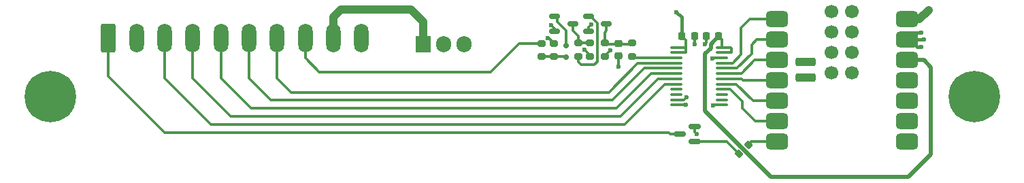
<source format=gbr>
%TF.GenerationSoftware,KiCad,Pcbnew,8.0.1*%
%TF.CreationDate,2025-01-20T12:05:53-05:00*%
%TF.ProjectId,200280,32303032-3830-42e6-9b69-6361645f7063,rev?*%
%TF.SameCoordinates,PX3473bc0PY5f5e100*%
%TF.FileFunction,Copper,L1,Top*%
%TF.FilePolarity,Positive*%
%FSLAX46Y46*%
G04 Gerber Fmt 4.6, Leading zero omitted, Abs format (unit mm)*
G04 Created by KiCad (PCBNEW 8.0.1) date 2025-01-20 12:05:53*
%MOMM*%
%LPD*%
G01*
G04 APERTURE LIST*
G04 Aperture macros list*
%AMRoundRect*
0 Rectangle with rounded corners*
0 $1 Rounding radius*
0 $2 $3 $4 $5 $6 $7 $8 $9 X,Y pos of 4 corners*
0 Add a 4 corners polygon primitive as box body*
4,1,4,$2,$3,$4,$5,$6,$7,$8,$9,$2,$3,0*
0 Add four circle primitives for the rounded corners*
1,1,$1+$1,$2,$3*
1,1,$1+$1,$4,$5*
1,1,$1+$1,$6,$7*
1,1,$1+$1,$8,$9*
0 Add four rect primitives between the rounded corners*
20,1,$1+$1,$2,$3,$4,$5,0*
20,1,$1+$1,$4,$5,$6,$7,0*
20,1,$1+$1,$6,$7,$8,$9,0*
20,1,$1+$1,$8,$9,$2,$3,0*%
G04 Aperture macros list end*
%TA.AperFunction,SMDPad,CuDef*%
%ADD10RoundRect,0.200000X-0.053033X0.335876X-0.335876X0.053033X0.053033X-0.335876X0.335876X-0.053033X0*%
%TD*%
%TA.AperFunction,SMDPad,CuDef*%
%ADD11RoundRect,0.225000X-0.250000X0.225000X-0.250000X-0.225000X0.250000X-0.225000X0.250000X0.225000X0*%
%TD*%
%TA.AperFunction,ComponentPad*%
%ADD12RoundRect,0.250000X-0.650000X-1.550000X0.650000X-1.550000X0.650000X1.550000X-0.650000X1.550000X0*%
%TD*%
%TA.AperFunction,ComponentPad*%
%ADD13O,1.800000X3.600000*%
%TD*%
%TA.AperFunction,SMDPad,CuDef*%
%ADD14RoundRect,0.200000X-0.275000X0.200000X-0.275000X-0.200000X0.275000X-0.200000X0.275000X0.200000X0*%
%TD*%
%TA.AperFunction,SMDPad,CuDef*%
%ADD15RoundRect,0.200000X0.275000X-0.200000X0.275000X0.200000X-0.275000X0.200000X-0.275000X-0.200000X0*%
%TD*%
%TA.AperFunction,SMDPad,CuDef*%
%ADD16RoundRect,0.150000X-0.512500X-0.150000X0.512500X-0.150000X0.512500X0.150000X-0.512500X0.150000X0*%
%TD*%
%TA.AperFunction,SMDPad,CuDef*%
%ADD17RoundRect,0.150000X0.587500X0.150000X-0.587500X0.150000X-0.587500X-0.150000X0.587500X-0.150000X0*%
%TD*%
%TA.AperFunction,SMDPad,CuDef*%
%ADD18RoundRect,0.100000X-0.637500X-0.100000X0.637500X-0.100000X0.637500X0.100000X-0.637500X0.100000X0*%
%TD*%
%TA.AperFunction,SMDPad,CuDef*%
%ADD19RoundRect,0.225000X0.225000X0.250000X-0.225000X0.250000X-0.225000X-0.250000X0.225000X-0.250000X0*%
%TD*%
%TA.AperFunction,ComponentPad*%
%ADD20C,6.400000*%
%TD*%
%TA.AperFunction,SMDPad,CuDef*%
%ADD21RoundRect,0.500000X-0.875000X-0.500000X0.875000X-0.500000X0.875000X0.500000X-0.875000X0.500000X0*%
%TD*%
%TA.AperFunction,SMDPad,CuDef*%
%ADD22RoundRect,0.275000X0.975000X0.275000X-0.975000X0.275000X-0.975000X-0.275000X0.975000X-0.275000X0*%
%TD*%
%TA.AperFunction,SMDPad,CuDef*%
%ADD23C,1.700000*%
%TD*%
%TA.AperFunction,SMDPad,CuDef*%
%ADD24RoundRect,0.150000X0.200000X-0.150000X0.200000X0.150000X-0.200000X0.150000X-0.200000X-0.150000X0*%
%TD*%
%TA.AperFunction,ComponentPad*%
%ADD25O,1.905000X2.000000*%
%TD*%
%TA.AperFunction,ComponentPad*%
%ADD26R,1.905000X2.000000*%
%TD*%
%TA.AperFunction,ViaPad*%
%ADD27C,0.600000*%
%TD*%
%TA.AperFunction,Conductor*%
%ADD28C,0.300000*%
%TD*%
%TA.AperFunction,Conductor*%
%ADD29C,0.500000*%
%TD*%
%TA.AperFunction,Conductor*%
%ADD30C,0.400000*%
%TD*%
%TA.AperFunction,Conductor*%
%ADD31C,1.000000*%
%TD*%
G04 APERTURE END LIST*
D10*
%TO.P,R7,1*%
%TO.N,/WallButtonSimulation*%
X91883363Y6483363D03*
%TO.P,R7,2*%
%TO.N,Net-(Q2-G)*%
X90716637Y5316637D03*
%TD*%
D11*
%TO.P,C1,1*%
%TO.N,Net-(Q1-C)*%
X75700000Y19075000D03*
%TO.P,C1,2*%
%TO.N,GND*%
X75700000Y17525000D03*
%TD*%
D12*
%TO.P,J1,1,Pin_1*%
%TO.N,/WallButton*%
X12250000Y19750000D03*
D13*
%TO.P,J1,2,Pin_2*%
%TO.N,/Return?*%
X15750000Y19750000D03*
%TO.P,J1,3,Pin_3*%
%TO.N,/Relay3_*%
X19250000Y19750000D03*
%TO.P,J1,4,Pin_4*%
%TO.N,/Relay2_*%
X22750000Y19750000D03*
%TO.P,J1,5,Pin_5*%
%TO.N,/Relay1_Light*%
X26250000Y19750000D03*
%TO.P,J1,6,Pin_6*%
%TO.N,/EndStopClosed*%
X29750000Y19750000D03*
%TO.P,J1,7,Pin_7*%
%TO.N,/EndStopOpen*%
X33250000Y19750000D03*
%TO.P,J1,8,Pin_8*%
%TO.N,/Obstruction*%
X36750000Y19750000D03*
%TO.P,J1,9,Pin_9*%
%TO.N,/PowerIn*%
X40250000Y19750000D03*
%TO.P,J1,10,Pin_10*%
%TO.N,GND*%
X43750000Y19750000D03*
%TD*%
D14*
%TO.P,R6,1*%
%TO.N,GND*%
X67700000Y19075000D03*
%TO.P,R6,2*%
%TO.N,Net-(D1-A)*%
X67700000Y17425000D03*
%TD*%
D15*
%TO.P,R5,1*%
%TO.N,Net-(D1-A)*%
X66137500Y17425000D03*
%TO.P,R5,2*%
%TO.N,/Obstruction*%
X66137500Y19075000D03*
%TD*%
%TO.P,R4,1*%
%TO.N,/ObstructionObserved*%
X77400000Y17475000D03*
%TO.P,R4,2*%
%TO.N,Net-(Q1-C)*%
X77400000Y19125000D03*
%TD*%
D14*
%TO.P,R3,1*%
%TO.N,Net-(Q1-C)*%
X74000000Y19125000D03*
%TO.P,R3,2*%
%TO.N,+5V*%
X74000000Y17475000D03*
%TD*%
%TO.P,R2,1*%
%TO.N,Net-(Q4-C)*%
X72200000Y19125000D03*
%TO.P,R2,2*%
%TO.N,+5V*%
X72200000Y17475000D03*
%TD*%
%TO.P,R1,1*%
%TO.N,Net-(Q4-C)*%
X70700000Y19125000D03*
%TO.P,R1,2*%
%TO.N,Net-(Q1-B)*%
X70700000Y17475000D03*
%TD*%
D16*
%TO.P,Q4,3,C*%
%TO.N,Net-(Q4-C)*%
X70037500Y21500000D03*
%TO.P,Q4,2,E*%
%TO.N,GND*%
X67762500Y20550000D03*
%TO.P,Q4,1,B*%
%TO.N,Net-(D1-K)*%
X67762500Y22450000D03*
%TD*%
D17*
%TO.P,Q2,3,D*%
%TO.N,/WallButton*%
X83362500Y7800000D03*
%TO.P,Q2,2,S*%
%TO.N,GND*%
X85237500Y8750000D03*
%TO.P,Q2,1,G*%
%TO.N,Net-(Q2-G)*%
X85237500Y6850000D03*
%TD*%
D16*
%TO.P,Q1,3,C*%
%TO.N,Net-(Q1-C)*%
X74237500Y21500000D03*
%TO.P,Q1,2,E*%
%TO.N,GND*%
X71962500Y20550000D03*
%TO.P,Q1,1,B*%
%TO.N,Net-(Q1-B)*%
X71962500Y22450000D03*
%TD*%
D18*
%TO.P,U1,1,VCCA*%
%TO.N,+5V*%
X82912500Y18575000D03*
%TO.P,U1,2,DIR*%
X82912500Y17925000D03*
%TO.P,U1,3,A1*%
%TO.N,/ObstructionObserved*%
X82912500Y17275000D03*
%TO.P,U1,4,A2*%
%TO.N,/EndStopOpen*%
X82912500Y16625000D03*
%TO.P,U1,5,A3*%
%TO.N,/EndStopClosed*%
X82912500Y15975000D03*
%TO.P,U1,6,A4*%
%TO.N,/Relay1_Light*%
X82912500Y15325000D03*
%TO.P,U1,7,A5*%
%TO.N,/Relay2_*%
X82912500Y14675000D03*
%TO.P,U1,8,A6*%
%TO.N,/Relay3_*%
X82912500Y14025000D03*
%TO.P,U1,9,A7*%
%TO.N,unconnected-(U1-A7-Pad9)*%
X82912500Y13375000D03*
%TO.P,U1,10,A8*%
%TO.N,unconnected-(U1-A8-Pad10)*%
X82912500Y12725000D03*
%TO.P,U1,11,GND*%
%TO.N,GND*%
X82912500Y12075000D03*
%TO.P,U1,12,GND*%
X82912500Y11425000D03*
%TO.P,U1,13,GND*%
X88637500Y11425000D03*
%TO.P,U1,14,B8*%
%TO.N,unconnected-(U1-B8-Pad14)*%
X88637500Y12075000D03*
%TO.P,U1,15,B7*%
%TO.N,unconnected-(U1-B7-Pad15)*%
X88637500Y12725000D03*
%TO.P,U1,16,B6*%
%TO.N,/Relay3__3V*%
X88637500Y13375000D03*
%TO.P,U1,17,B5*%
%TO.N,/Relay2__3V*%
X88637500Y14025000D03*
%TO.P,U1,18,B4*%
%TO.N,/Relay1_Light_3V*%
X88637500Y14675000D03*
%TO.P,U1,19,B3*%
%TO.N,/EndStopClosed_3V*%
X88637500Y15325000D03*
%TO.P,U1,20,B2*%
%TO.N,/EndStopOpen_3V*%
X88637500Y15975000D03*
%TO.P,U1,21,B1*%
%TO.N,/ObstructionObserved_3V*%
X88637500Y16625000D03*
%TO.P,U1,22,~{OE}*%
%TO.N,GND*%
X88637500Y17275000D03*
%TO.P,U1,23,VCCB*%
%TO.N,+3V3*%
X88637500Y17925000D03*
%TO.P,U1,24,VCCB*%
X88637500Y18575000D03*
%TD*%
D19*
%TO.P,C2,1*%
%TO.N,+3V3*%
X88175000Y20000000D03*
%TO.P,C2,2*%
%TO.N,GND*%
X86625000Y20000000D03*
%TD*%
D20*
%TO.P,H1,1,1*%
%TO.N,unconnected-(H1-Pad1)*%
X5000000Y12500000D03*
%TD*%
D21*
%TO.P,U2,1,GPIO1_A0_D0*%
%TO.N,/ObstructionObserved_3V*%
X95438636Y22073000D03*
%TO.P,U2,2,GPIO2_A1_D1*%
%TO.N,/EndStopOpen_3V*%
X95438636Y19533000D03*
%TO.P,U2,3,GPIO3_A2_D2*%
%TO.N,/EndStopClosed_3V*%
X95438636Y16993000D03*
%TO.P,U2,4,GPIO4_A3_D3*%
%TO.N,/Relay1_Light_3V*%
X95438636Y14453000D03*
%TO.P,U2,5,GPIO5_A4_D4_SDA*%
%TO.N,/Relay2__3V*%
X95438636Y11913000D03*
%TO.P,U2,6,GPIO6_A5_D5_SCL*%
%TO.N,/Relay3__3V*%
X95438636Y9373000D03*
%TO.P,U2,7,GPIO43_A6_D6_TX*%
%TO.N,/WallButtonSimulation*%
X95438636Y6833000D03*
%TO.P,U2,8,GPIO44_D7_RX*%
%TO.N,unconnected-(U2-GPIO44_D7_RX-Pad8)*%
X111603636Y6833000D03*
%TO.P,U2,9,GPIO7_A8_D8_SCK*%
%TO.N,unconnected-(U2-GPIO7_A8_D8_SCK-Pad9)*%
X111603636Y9373000D03*
%TO.P,U2,10,GPIO8_A9_D9_MISO*%
%TO.N,unconnected-(U2-GPIO8_A9_D9_MISO-Pad10)*%
X111603636Y11913000D03*
%TO.P,U2,11,GPIO9_A10_D10_MOSI*%
%TO.N,unconnected-(U2-GPIO9_A10_D10_MOSI-Pad11)*%
X111603636Y14453000D03*
%TO.P,U2,12,3V3*%
%TO.N,+3V3*%
X111603636Y16993000D03*
%TO.P,U2,13,GND*%
%TO.N,GND*%
X111603636Y19533000D03*
%TO.P,U2,14,5V*%
%TO.N,+5V*%
X111603636Y22073000D03*
D22*
%TO.P,U2,15,BAT*%
%TO.N,unconnected-(U2-BAT-Pad15)*%
X99048636Y14835000D03*
%TO.P,U2,16,GND*%
%TO.N,unconnected-(U2-GND-Pad16)*%
X99048636Y16740000D03*
D23*
%TO.P,U2,17,MTDI*%
%TO.N,unconnected-(U2-MTDI-Pad17)*%
X102223636Y23085000D03*
%TO.P,U2,18,MTDO*%
%TO.N,unconnected-(U2-MTDO-Pad18)*%
X104763636Y23085000D03*
%TO.P,U2,19,CHIP_EN*%
%TO.N,unconnected-(U2-CHIP_EN-Pad19)*%
X102223636Y20545000D03*
%TO.P,U2,20,GND*%
%TO.N,unconnected-(U2-GND-Pad20)*%
X104763636Y20545000D03*
%TO.P,U2,21,MTMS*%
%TO.N,unconnected-(U2-MTMS-Pad21)*%
X102223636Y18005000D03*
%TO.P,U2,22,MTCK*%
%TO.N,unconnected-(U2-MTCK-Pad22)*%
X104763636Y18005000D03*
%TO.P,U2,23,USB_DN*%
%TO.N,unconnected-(U2-USB_DN-Pad23)*%
X102223636Y15465000D03*
%TO.P,U2,24,USB_DP*%
%TO.N,unconnected-(U2-USB_DP-Pad24)*%
X104763636Y15465000D03*
%TD*%
D19*
%TO.P,C3,1*%
%TO.N,GND*%
X85175000Y20000000D03*
%TO.P,C3,2*%
%TO.N,+5V*%
X83625000Y20000000D03*
%TD*%
D24*
%TO.P,D1,1,K*%
%TO.N,Net-(D1-K)*%
X69200000Y18800000D03*
%TO.P,D1,2,A*%
%TO.N,Net-(D1-A)*%
X69200000Y17400000D03*
%TD*%
D25*
%TO.P,U3,3,VO*%
%TO.N,+5V*%
X56540000Y19000000D03*
%TO.P,U3,2,GND*%
%TO.N,GND*%
X54000000Y19000000D03*
D26*
%TO.P,U3,1,VI*%
%TO.N,/PowerIn*%
X51460000Y19000000D03*
%TD*%
D20*
%TO.P,H4,1,1*%
%TO.N,unconnected-(H4-Pad1)*%
X120000000Y12500000D03*
%TD*%
D27*
%TO.N,GND*%
X85500000Y7800000D03*
X72300000Y21400000D03*
X75700000Y16200000D03*
X67342195Y21342195D03*
X66912754Y19710432D03*
%TO.N,+5V*%
X74700000Y18200000D03*
X71500000Y18300000D03*
%TO.N,GND*%
X113400000Y20400000D03*
X113400000Y18600000D03*
X86500000Y19000000D03*
X85200000Y19000000D03*
X84200000Y12400000D03*
X84100000Y11425000D03*
X113700000Y19533000D03*
X87500000Y11400000D03*
X87400000Y17200000D03*
%TO.N,+5V*%
X82950000Y23000000D03*
X114300000Y23200000D03*
%TD*%
D28*
%TO.N,Net-(Q2-G)*%
X89183274Y6850000D02*
X85237500Y6850000D01*
X90716637Y5316637D02*
X89183274Y6850000D01*
%TO.N,/WallButtonSimulation*%
X92233000Y6833000D02*
X91883363Y6483363D01*
X95438636Y6833000D02*
X92233000Y6833000D01*
D29*
%TO.N,+3V3*%
X113707000Y16993000D02*
X111603636Y16993000D01*
X114600000Y16100000D02*
X113707000Y16993000D01*
X114600000Y5300000D02*
X114600000Y16100000D01*
X86500000Y10700000D02*
X94700000Y2500000D01*
X94700000Y2500000D02*
X111800000Y2500000D01*
X87210000Y18510000D02*
X86500000Y17800000D01*
X86500000Y17800000D02*
X86500000Y10700000D01*
X87210000Y19010000D02*
X87210000Y18510000D01*
X88175000Y19975000D02*
X87210000Y19010000D01*
X111800000Y2500000D02*
X114600000Y5300000D01*
D28*
%TO.N,Net-(Q1-C)*%
X77287500Y19012500D02*
X77400000Y19125000D01*
X74112500Y19012500D02*
X77287500Y19012500D01*
X74000000Y19125000D02*
X74112500Y19012500D01*
%TO.N,/ObstructionObserved*%
X82912500Y17275000D02*
X77600000Y17275000D01*
X77600000Y17275000D02*
X77400000Y17475000D01*
%TO.N,/WallButton*%
X82200000Y7800000D02*
X83362500Y7800000D01*
X19250000Y8000000D02*
X82000000Y8000000D01*
X82000000Y8000000D02*
X82200000Y7800000D01*
X12250000Y15000000D02*
X19250000Y8000000D01*
X12250000Y19750000D02*
X12250000Y15000000D01*
%TO.N,/Relay2_*%
X80675000Y14675000D02*
X82912500Y14675000D01*
X76000000Y10000000D02*
X80675000Y14675000D01*
X22750000Y14750000D02*
X27500000Y10000000D01*
X27500000Y10000000D02*
X76000000Y10000000D01*
X22750000Y19750000D02*
X22750000Y14750000D01*
%TO.N,/Relay3_*%
X19250000Y14750000D02*
X19250000Y19750000D01*
X81525000Y14025000D02*
X76500000Y9000000D01*
X76500000Y9000000D02*
X25000000Y9000000D01*
X82912500Y14025000D02*
X81525000Y14025000D01*
X25000000Y9000000D02*
X19250000Y14750000D01*
%TO.N,/Relay1_Light*%
X26250000Y14750000D02*
X26250000Y19750000D01*
X75500000Y11000000D02*
X30000000Y11000000D01*
X79825000Y15325000D02*
X75500000Y11000000D01*
X82912500Y15325000D02*
X79825000Y15325000D01*
X30000000Y11000000D02*
X26250000Y14750000D01*
%TO.N,/EndStopOpen*%
X74500000Y13000000D02*
X78125000Y16625000D01*
X33250000Y14750000D02*
X35000000Y13000000D01*
X35000000Y13000000D02*
X74500000Y13000000D01*
X78125000Y16625000D02*
X82912500Y16625000D01*
X33250000Y19750000D02*
X33250000Y14750000D01*
%TO.N,/EndStopClosed*%
X29750000Y14750000D02*
X29750000Y19750000D01*
X75000000Y12000000D02*
X32500000Y12000000D01*
X32500000Y12000000D02*
X29750000Y14750000D01*
X82912500Y15975000D02*
X78975000Y15975000D01*
X78975000Y15975000D02*
X75000000Y12000000D01*
%TO.N,/Obstruction*%
X63375000Y19075000D02*
X66137500Y19075000D01*
X59800000Y15500000D02*
X63375000Y19075000D01*
X38500000Y15500000D02*
X59800000Y15500000D01*
X36750000Y19750000D02*
X36750000Y17250000D01*
X36750000Y17250000D02*
X38500000Y15500000D01*
%TO.N,/ObstructionObserved_3V*%
X91000000Y21000000D02*
X92073000Y22073000D01*
X91000000Y17700000D02*
X91000000Y21000000D01*
X89925000Y16625000D02*
X91000000Y17700000D01*
X88637500Y16625000D02*
X89925000Y16625000D01*
X92073000Y22073000D02*
X95438636Y22073000D01*
%TO.N,/EndStopOpen_3V*%
X92300000Y18900000D02*
X92933000Y19533000D01*
X92300000Y17800000D02*
X92300000Y18900000D01*
X90475000Y15975000D02*
X92300000Y17800000D01*
X88637500Y15975000D02*
X90475000Y15975000D01*
X92933000Y19533000D02*
X95438636Y19533000D01*
%TO.N,/EndStopClosed_3V*%
X92693000Y16993000D02*
X95438636Y16993000D01*
X91025000Y15325000D02*
X92693000Y16993000D01*
X88637500Y15325000D02*
X91025000Y15325000D01*
%TO.N,/Relay3__3V*%
X91100000Y11000000D02*
X92727000Y9373000D01*
X91100000Y11900000D02*
X91100000Y11000000D01*
X88637500Y13375000D02*
X89625000Y13375000D01*
X89625000Y13375000D02*
X91100000Y11900000D01*
X92727000Y9373000D02*
X95438636Y9373000D01*
%TO.N,/Relay2__3V*%
X92487000Y11913000D02*
X95438636Y11913000D01*
X90375000Y14025000D02*
X92487000Y11913000D01*
X88637500Y14025000D02*
X90375000Y14025000D01*
%TO.N,/Relay1_Light_3V*%
X91025000Y14675000D02*
X91247000Y14453000D01*
X91247000Y14453000D02*
X95438636Y14453000D01*
X88637500Y14675000D02*
X91025000Y14675000D01*
%TO.N,GND*%
X85237500Y8062500D02*
X85500000Y7800000D01*
X85237500Y8750000D02*
X85237500Y8062500D01*
X71962500Y21062500D02*
X72300000Y21400000D01*
X71962500Y20550000D02*
X71962500Y21062500D01*
X75700000Y17187500D02*
X75700000Y16200000D01*
%TO.N,Net-(Q1-C)*%
X74000000Y20400000D02*
X74000000Y19125000D01*
X74237500Y20637500D02*
X74000000Y20400000D01*
X74237500Y21500000D02*
X74237500Y20637500D01*
%TO.N,GND*%
X66912754Y19710432D02*
X67064568Y19710432D01*
X67064568Y19710432D02*
X67700000Y19075000D01*
X67762500Y20921890D02*
X67762500Y20550000D01*
X67342195Y21342195D02*
X67762500Y20921890D01*
%TO.N,+5V*%
X74000000Y17500000D02*
X74700000Y18200000D01*
X74000000Y17475000D02*
X74000000Y17500000D01*
%TO.N,Net-(Q1-B)*%
X72700000Y16400000D02*
X73100000Y16800000D01*
X73100000Y16800000D02*
X73100000Y21600000D01*
X73100000Y21600000D02*
X72250000Y22450000D01*
X71100000Y16400000D02*
X72700000Y16400000D01*
X72250000Y22450000D02*
X71962500Y22450000D01*
X70700000Y16800000D02*
X71100000Y16400000D01*
X70700000Y17475000D02*
X70700000Y16800000D01*
%TO.N,+5V*%
X72200000Y17600000D02*
X71500000Y18300000D01*
X72200000Y17475000D02*
X72200000Y17600000D01*
%TO.N,Net-(Q4-C)*%
X70700000Y19125000D02*
X72200000Y19125000D01*
X70037500Y20662500D02*
X70700000Y20000000D01*
X70700000Y20000000D02*
X70700000Y19125000D01*
X70037500Y21500000D02*
X70037500Y20662500D01*
%TO.N,Net-(D1-K)*%
X68100000Y22112500D02*
X67762500Y22450000D01*
X69200000Y20700000D02*
X68100000Y21800000D01*
X69200000Y18800000D02*
X69200000Y20700000D01*
X68100000Y21800000D02*
X68100000Y22112500D01*
%TO.N,Net-(D1-A)*%
X69175000Y17425000D02*
X69200000Y17400000D01*
X67700000Y17425000D02*
X69175000Y17425000D01*
X66137500Y17425000D02*
X67700000Y17425000D01*
D30*
%TO.N,GND*%
X111967000Y19533000D02*
X111603636Y19533000D01*
X113400000Y18600000D02*
X112900000Y18600000D01*
X112900000Y18600000D02*
X111967000Y19533000D01*
X113400000Y20400000D02*
X112470636Y20400000D01*
X112470636Y20400000D02*
X111603636Y19533000D01*
X113700000Y19533000D02*
X111603636Y19533000D01*
D28*
%TO.N,+3V3*%
X88637500Y19537500D02*
X88175000Y20000000D01*
X88637500Y18575000D02*
X88637500Y19537500D01*
X89800000Y18500000D02*
X89800000Y18000000D01*
X89725000Y18575000D02*
X89800000Y18500000D01*
X88637500Y18575000D02*
X89725000Y18575000D01*
X88175000Y20000000D02*
X88175000Y19975000D01*
X89725000Y17925000D02*
X89800000Y18000000D01*
X88637500Y17925000D02*
X89725000Y17925000D01*
%TO.N,GND*%
X83875000Y12075000D02*
X82912500Y12075000D01*
X84200000Y12400000D02*
X83875000Y12075000D01*
X84100000Y11425000D02*
X82912500Y11425000D01*
X87525000Y11425000D02*
X87500000Y11400000D01*
X88637500Y11425000D02*
X87525000Y11425000D01*
D30*
%TO.N,+5V*%
X83625000Y22325000D02*
X82950000Y23000000D01*
X83625000Y20000000D02*
X83625000Y22325000D01*
D28*
X84100000Y18650000D02*
X84025000Y18575000D01*
X83625000Y19975000D02*
X84100000Y19500000D01*
X83625000Y20000000D02*
X83625000Y19975000D01*
X84100000Y19500000D02*
X84100000Y18650000D01*
%TO.N,GND*%
X85175000Y19025000D02*
X85200000Y19000000D01*
X85175000Y20000000D02*
X85175000Y19025000D01*
X86625000Y19125000D02*
X86500000Y19000000D01*
X86625000Y20000000D02*
X86625000Y19125000D01*
X87475000Y17275000D02*
X87400000Y17200000D01*
X88637500Y17275000D02*
X87475000Y17275000D01*
%TO.N,+5V*%
X84025000Y18575000D02*
X84100000Y18500000D01*
X82912500Y18575000D02*
X84025000Y18575000D01*
X84100000Y18500000D02*
X84100000Y18000000D01*
X84025000Y17925000D02*
X84100000Y18000000D01*
X82912500Y17925000D02*
X84025000Y17925000D01*
D31*
X113173000Y22073000D02*
X114300000Y23200000D01*
X111603636Y22073000D02*
X113173000Y22073000D01*
%TO.N,/PowerIn*%
X51460000Y21740000D02*
X51460000Y19000000D01*
X49900000Y23300000D02*
X51460000Y21740000D01*
X41200000Y23300000D02*
X49900000Y23300000D01*
X40250000Y19750000D02*
X40250000Y22350000D01*
X40250000Y22350000D02*
X41200000Y23300000D01*
%TD*%
M02*

</source>
